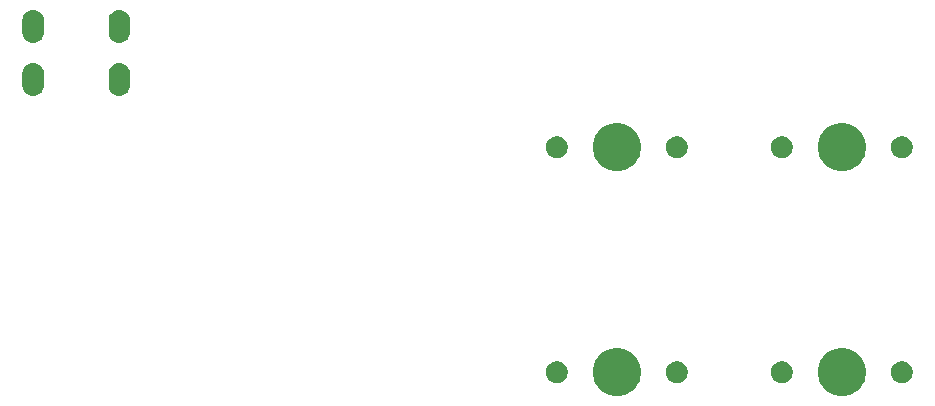
<source format=gbr>
G04 #@! TF.GenerationSoftware,KiCad,Pcbnew,(5.1.5)-3*
G04 #@! TF.CreationDate,2019-12-18T23:42:08-07:00*
G04 #@! TF.ProjectId,MiniV1,4d696e69-5631-42e6-9b69-6361645f7063,rev?*
G04 #@! TF.SameCoordinates,Original*
G04 #@! TF.FileFunction,Soldermask,Top*
G04 #@! TF.FilePolarity,Negative*
%FSLAX46Y46*%
G04 Gerber Fmt 4.6, Leading zero omitted, Abs format (unit mm)*
G04 Created by KiCad (PCBNEW (5.1.5)-3) date 2019-12-18 23:42:08*
%MOMM*%
%LPD*%
G04 APERTURE LIST*
%ADD10C,0.020000*%
G04 APERTURE END LIST*
D10*
G36*
X129183974Y-82171184D02*
G01*
X129401974Y-82261483D01*
X129556123Y-82325333D01*
X129891048Y-82549123D01*
X130175877Y-82833952D01*
X130399667Y-83168877D01*
X130432062Y-83247086D01*
X130553816Y-83541026D01*
X130632400Y-83936094D01*
X130632400Y-84338906D01*
X130553816Y-84733974D01*
X130502951Y-84856772D01*
X130399667Y-85106123D01*
X130175877Y-85441048D01*
X129891048Y-85725877D01*
X129556123Y-85949667D01*
X129401974Y-86013517D01*
X129183974Y-86103816D01*
X128788906Y-86182400D01*
X128386094Y-86182400D01*
X127991026Y-86103816D01*
X127773026Y-86013517D01*
X127618877Y-85949667D01*
X127283952Y-85725877D01*
X126999123Y-85441048D01*
X126775333Y-85106123D01*
X126672049Y-84856772D01*
X126621184Y-84733974D01*
X126542600Y-84338906D01*
X126542600Y-83936094D01*
X126621184Y-83541026D01*
X126742938Y-83247086D01*
X126775333Y-83168877D01*
X126999123Y-82833952D01*
X127283952Y-82549123D01*
X127618877Y-82325333D01*
X127773026Y-82261483D01*
X127991026Y-82171184D01*
X128386094Y-82092600D01*
X128788906Y-82092600D01*
X129183974Y-82171184D01*
G37*
G36*
X148233974Y-82171184D02*
G01*
X148451974Y-82261483D01*
X148606123Y-82325333D01*
X148941048Y-82549123D01*
X149225877Y-82833952D01*
X149449667Y-83168877D01*
X149482062Y-83247086D01*
X149603816Y-83541026D01*
X149682400Y-83936094D01*
X149682400Y-84338906D01*
X149603816Y-84733974D01*
X149552951Y-84856772D01*
X149449667Y-85106123D01*
X149225877Y-85441048D01*
X148941048Y-85725877D01*
X148606123Y-85949667D01*
X148451974Y-86013517D01*
X148233974Y-86103816D01*
X147838906Y-86182400D01*
X147436094Y-86182400D01*
X147041026Y-86103816D01*
X146823026Y-86013517D01*
X146668877Y-85949667D01*
X146333952Y-85725877D01*
X146049123Y-85441048D01*
X145825333Y-85106123D01*
X145722049Y-84856772D01*
X145671184Y-84733974D01*
X145592600Y-84338906D01*
X145592600Y-83936094D01*
X145671184Y-83541026D01*
X145792938Y-83247086D01*
X145825333Y-83168877D01*
X146049123Y-82833952D01*
X146333952Y-82549123D01*
X146668877Y-82325333D01*
X146823026Y-82261483D01*
X147041026Y-82171184D01*
X147436094Y-82092600D01*
X147838906Y-82092600D01*
X148233974Y-82171184D01*
G37*
G36*
X152987604Y-83247085D02*
G01*
X153156126Y-83316889D01*
X153307791Y-83418228D01*
X153436772Y-83547209D01*
X153538111Y-83698874D01*
X153607915Y-83867396D01*
X153643500Y-84046297D01*
X153643500Y-84228703D01*
X153607915Y-84407604D01*
X153538111Y-84576126D01*
X153436772Y-84727791D01*
X153307791Y-84856772D01*
X153156126Y-84958111D01*
X152987604Y-85027915D01*
X152808703Y-85063500D01*
X152626297Y-85063500D01*
X152447396Y-85027915D01*
X152278874Y-84958111D01*
X152127209Y-84856772D01*
X151998228Y-84727791D01*
X151896889Y-84576126D01*
X151827085Y-84407604D01*
X151791500Y-84228703D01*
X151791500Y-84046297D01*
X151827085Y-83867396D01*
X151896889Y-83698874D01*
X151998228Y-83547209D01*
X152127209Y-83418228D01*
X152278874Y-83316889D01*
X152447396Y-83247085D01*
X152626297Y-83211500D01*
X152808703Y-83211500D01*
X152987604Y-83247085D01*
G37*
G36*
X142827604Y-83247085D02*
G01*
X142996126Y-83316889D01*
X143147791Y-83418228D01*
X143276772Y-83547209D01*
X143378111Y-83698874D01*
X143447915Y-83867396D01*
X143483500Y-84046297D01*
X143483500Y-84228703D01*
X143447915Y-84407604D01*
X143378111Y-84576126D01*
X143276772Y-84727791D01*
X143147791Y-84856772D01*
X142996126Y-84958111D01*
X142827604Y-85027915D01*
X142648703Y-85063500D01*
X142466297Y-85063500D01*
X142287396Y-85027915D01*
X142118874Y-84958111D01*
X141967209Y-84856772D01*
X141838228Y-84727791D01*
X141736889Y-84576126D01*
X141667085Y-84407604D01*
X141631500Y-84228703D01*
X141631500Y-84046297D01*
X141667085Y-83867396D01*
X141736889Y-83698874D01*
X141838228Y-83547209D01*
X141967209Y-83418228D01*
X142118874Y-83316889D01*
X142287396Y-83247085D01*
X142466297Y-83211500D01*
X142648703Y-83211500D01*
X142827604Y-83247085D01*
G37*
G36*
X133937604Y-83247085D02*
G01*
X134106126Y-83316889D01*
X134257791Y-83418228D01*
X134386772Y-83547209D01*
X134488111Y-83698874D01*
X134557915Y-83867396D01*
X134593500Y-84046297D01*
X134593500Y-84228703D01*
X134557915Y-84407604D01*
X134488111Y-84576126D01*
X134386772Y-84727791D01*
X134257791Y-84856772D01*
X134106126Y-84958111D01*
X133937604Y-85027915D01*
X133758703Y-85063500D01*
X133576297Y-85063500D01*
X133397396Y-85027915D01*
X133228874Y-84958111D01*
X133077209Y-84856772D01*
X132948228Y-84727791D01*
X132846889Y-84576126D01*
X132777085Y-84407604D01*
X132741500Y-84228703D01*
X132741500Y-84046297D01*
X132777085Y-83867396D01*
X132846889Y-83698874D01*
X132948228Y-83547209D01*
X133077209Y-83418228D01*
X133228874Y-83316889D01*
X133397396Y-83247085D01*
X133576297Y-83211500D01*
X133758703Y-83211500D01*
X133937604Y-83247085D01*
G37*
G36*
X123777604Y-83247085D02*
G01*
X123946126Y-83316889D01*
X124097791Y-83418228D01*
X124226772Y-83547209D01*
X124328111Y-83698874D01*
X124397915Y-83867396D01*
X124433500Y-84046297D01*
X124433500Y-84228703D01*
X124397915Y-84407604D01*
X124328111Y-84576126D01*
X124226772Y-84727791D01*
X124097791Y-84856772D01*
X123946126Y-84958111D01*
X123777604Y-85027915D01*
X123598703Y-85063500D01*
X123416297Y-85063500D01*
X123237396Y-85027915D01*
X123068874Y-84958111D01*
X122917209Y-84856772D01*
X122788228Y-84727791D01*
X122686889Y-84576126D01*
X122617085Y-84407604D01*
X122581500Y-84228703D01*
X122581500Y-84046297D01*
X122617085Y-83867396D01*
X122686889Y-83698874D01*
X122788228Y-83547209D01*
X122917209Y-83418228D01*
X123068874Y-83316889D01*
X123237396Y-83247085D01*
X123416297Y-83211500D01*
X123598703Y-83211500D01*
X123777604Y-83247085D01*
G37*
G36*
X129183974Y-63121184D02*
G01*
X129401974Y-63211483D01*
X129556123Y-63275333D01*
X129891048Y-63499123D01*
X130175877Y-63783952D01*
X130399667Y-64118877D01*
X130432062Y-64197086D01*
X130553816Y-64491026D01*
X130632400Y-64886094D01*
X130632400Y-65288906D01*
X130553816Y-65683974D01*
X130502951Y-65806772D01*
X130399667Y-66056123D01*
X130175877Y-66391048D01*
X129891048Y-66675877D01*
X129556123Y-66899667D01*
X129401974Y-66963517D01*
X129183974Y-67053816D01*
X128788906Y-67132400D01*
X128386094Y-67132400D01*
X127991026Y-67053816D01*
X127773026Y-66963517D01*
X127618877Y-66899667D01*
X127283952Y-66675877D01*
X126999123Y-66391048D01*
X126775333Y-66056123D01*
X126672049Y-65806772D01*
X126621184Y-65683974D01*
X126542600Y-65288906D01*
X126542600Y-64886094D01*
X126621184Y-64491026D01*
X126742938Y-64197086D01*
X126775333Y-64118877D01*
X126999123Y-63783952D01*
X127283952Y-63499123D01*
X127618877Y-63275333D01*
X127773026Y-63211483D01*
X127991026Y-63121184D01*
X128386094Y-63042600D01*
X128788906Y-63042600D01*
X129183974Y-63121184D01*
G37*
G36*
X148233974Y-63121184D02*
G01*
X148451974Y-63211483D01*
X148606123Y-63275333D01*
X148941048Y-63499123D01*
X149225877Y-63783952D01*
X149449667Y-64118877D01*
X149482062Y-64197086D01*
X149603816Y-64491026D01*
X149682400Y-64886094D01*
X149682400Y-65288906D01*
X149603816Y-65683974D01*
X149552951Y-65806772D01*
X149449667Y-66056123D01*
X149225877Y-66391048D01*
X148941048Y-66675877D01*
X148606123Y-66899667D01*
X148451974Y-66963517D01*
X148233974Y-67053816D01*
X147838906Y-67132400D01*
X147436094Y-67132400D01*
X147041026Y-67053816D01*
X146823026Y-66963517D01*
X146668877Y-66899667D01*
X146333952Y-66675877D01*
X146049123Y-66391048D01*
X145825333Y-66056123D01*
X145722049Y-65806772D01*
X145671184Y-65683974D01*
X145592600Y-65288906D01*
X145592600Y-64886094D01*
X145671184Y-64491026D01*
X145792938Y-64197086D01*
X145825333Y-64118877D01*
X146049123Y-63783952D01*
X146333952Y-63499123D01*
X146668877Y-63275333D01*
X146823026Y-63211483D01*
X147041026Y-63121184D01*
X147436094Y-63042600D01*
X147838906Y-63042600D01*
X148233974Y-63121184D01*
G37*
G36*
X133937604Y-64197085D02*
G01*
X134106126Y-64266889D01*
X134257791Y-64368228D01*
X134386772Y-64497209D01*
X134488111Y-64648874D01*
X134557915Y-64817396D01*
X134593500Y-64996297D01*
X134593500Y-65178703D01*
X134557915Y-65357604D01*
X134488111Y-65526126D01*
X134386772Y-65677791D01*
X134257791Y-65806772D01*
X134106126Y-65908111D01*
X133937604Y-65977915D01*
X133758703Y-66013500D01*
X133576297Y-66013500D01*
X133397396Y-65977915D01*
X133228874Y-65908111D01*
X133077209Y-65806772D01*
X132948228Y-65677791D01*
X132846889Y-65526126D01*
X132777085Y-65357604D01*
X132741500Y-65178703D01*
X132741500Y-64996297D01*
X132777085Y-64817396D01*
X132846889Y-64648874D01*
X132948228Y-64497209D01*
X133077209Y-64368228D01*
X133228874Y-64266889D01*
X133397396Y-64197085D01*
X133576297Y-64161500D01*
X133758703Y-64161500D01*
X133937604Y-64197085D01*
G37*
G36*
X123777604Y-64197085D02*
G01*
X123946126Y-64266889D01*
X124097791Y-64368228D01*
X124226772Y-64497209D01*
X124328111Y-64648874D01*
X124397915Y-64817396D01*
X124433500Y-64996297D01*
X124433500Y-65178703D01*
X124397915Y-65357604D01*
X124328111Y-65526126D01*
X124226772Y-65677791D01*
X124097791Y-65806772D01*
X123946126Y-65908111D01*
X123777604Y-65977915D01*
X123598703Y-66013500D01*
X123416297Y-66013500D01*
X123237396Y-65977915D01*
X123068874Y-65908111D01*
X122917209Y-65806772D01*
X122788228Y-65677791D01*
X122686889Y-65526126D01*
X122617085Y-65357604D01*
X122581500Y-65178703D01*
X122581500Y-64996297D01*
X122617085Y-64817396D01*
X122686889Y-64648874D01*
X122788228Y-64497209D01*
X122917209Y-64368228D01*
X123068874Y-64266889D01*
X123237396Y-64197085D01*
X123416297Y-64161500D01*
X123598703Y-64161500D01*
X123777604Y-64197085D01*
G37*
G36*
X142827604Y-64197085D02*
G01*
X142996126Y-64266889D01*
X143147791Y-64368228D01*
X143276772Y-64497209D01*
X143378111Y-64648874D01*
X143447915Y-64817396D01*
X143483500Y-64996297D01*
X143483500Y-65178703D01*
X143447915Y-65357604D01*
X143378111Y-65526126D01*
X143276772Y-65677791D01*
X143147791Y-65806772D01*
X142996126Y-65908111D01*
X142827604Y-65977915D01*
X142648703Y-66013500D01*
X142466297Y-66013500D01*
X142287396Y-65977915D01*
X142118874Y-65908111D01*
X141967209Y-65806772D01*
X141838228Y-65677791D01*
X141736889Y-65526126D01*
X141667085Y-65357604D01*
X141631500Y-65178703D01*
X141631500Y-64996297D01*
X141667085Y-64817396D01*
X141736889Y-64648874D01*
X141838228Y-64497209D01*
X141967209Y-64368228D01*
X142118874Y-64266889D01*
X142287396Y-64197085D01*
X142466297Y-64161500D01*
X142648703Y-64161500D01*
X142827604Y-64197085D01*
G37*
G36*
X152987604Y-64197085D02*
G01*
X153156126Y-64266889D01*
X153307791Y-64368228D01*
X153436772Y-64497209D01*
X153538111Y-64648874D01*
X153607915Y-64817396D01*
X153643500Y-64996297D01*
X153643500Y-65178703D01*
X153607915Y-65357604D01*
X153538111Y-65526126D01*
X153436772Y-65677791D01*
X153307791Y-65806772D01*
X153156126Y-65908111D01*
X152987604Y-65977915D01*
X152808703Y-66013500D01*
X152626297Y-66013500D01*
X152447396Y-65977915D01*
X152278874Y-65908111D01*
X152127209Y-65806772D01*
X151998228Y-65677791D01*
X151896889Y-65526126D01*
X151827085Y-65357604D01*
X151791500Y-65178703D01*
X151791500Y-64996297D01*
X151827085Y-64817396D01*
X151896889Y-64648874D01*
X151998228Y-64497209D01*
X152127209Y-64368228D01*
X152278874Y-64266889D01*
X152447396Y-64197085D01*
X152626297Y-64161500D01*
X152808703Y-64161500D01*
X152987604Y-64197085D01*
G37*
G36*
X79330627Y-57976037D02*
G01*
X79500466Y-58027557D01*
X79656991Y-58111222D01*
X79692729Y-58140552D01*
X79794186Y-58223814D01*
X79877448Y-58325271D01*
X79906778Y-58361009D01*
X79990443Y-58517534D01*
X80041963Y-58687373D01*
X80055000Y-58819742D01*
X80055000Y-59908258D01*
X80041963Y-60040627D01*
X79990443Y-60210466D01*
X79906778Y-60366991D01*
X79877448Y-60402729D01*
X79794186Y-60504186D01*
X79656989Y-60616779D01*
X79500467Y-60700442D01*
X79500465Y-60700443D01*
X79330626Y-60751963D01*
X79154000Y-60769359D01*
X78977373Y-60751963D01*
X78807534Y-60700443D01*
X78651009Y-60616778D01*
X78615271Y-60587448D01*
X78513814Y-60504186D01*
X78401221Y-60366989D01*
X78317558Y-60210467D01*
X78317557Y-60210465D01*
X78266037Y-60040626D01*
X78253000Y-59908257D01*
X78253001Y-58819742D01*
X78266038Y-58687373D01*
X78317558Y-58517534D01*
X78401223Y-58361009D01*
X78430553Y-58325271D01*
X78513815Y-58223814D01*
X78615272Y-58140552D01*
X78651010Y-58111222D01*
X78807535Y-58027557D01*
X78977374Y-57976037D01*
X79154000Y-57958641D01*
X79330627Y-57976037D01*
G37*
G36*
X86630627Y-57976037D02*
G01*
X86800466Y-58027557D01*
X86956991Y-58111222D01*
X86992729Y-58140552D01*
X87094186Y-58223814D01*
X87177448Y-58325271D01*
X87206778Y-58361009D01*
X87290443Y-58517534D01*
X87341963Y-58687373D01*
X87355000Y-58819742D01*
X87355000Y-59908258D01*
X87341963Y-60040627D01*
X87290443Y-60210466D01*
X87206778Y-60366991D01*
X87177448Y-60402729D01*
X87094186Y-60504186D01*
X86956989Y-60616779D01*
X86800467Y-60700442D01*
X86800465Y-60700443D01*
X86630626Y-60751963D01*
X86454000Y-60769359D01*
X86277373Y-60751963D01*
X86107534Y-60700443D01*
X85951009Y-60616778D01*
X85915271Y-60587448D01*
X85813814Y-60504186D01*
X85701221Y-60366989D01*
X85617558Y-60210467D01*
X85617557Y-60210465D01*
X85566037Y-60040626D01*
X85553000Y-59908257D01*
X85553001Y-58819742D01*
X85566038Y-58687373D01*
X85617558Y-58517534D01*
X85701223Y-58361009D01*
X85730553Y-58325271D01*
X85813815Y-58223814D01*
X85915272Y-58140552D01*
X85951010Y-58111222D01*
X86107535Y-58027557D01*
X86277374Y-57976037D01*
X86454000Y-57958641D01*
X86630627Y-57976037D01*
G37*
G36*
X79330627Y-53476037D02*
G01*
X79500466Y-53527557D01*
X79656991Y-53611222D01*
X79692729Y-53640552D01*
X79794186Y-53723814D01*
X79877448Y-53825271D01*
X79906778Y-53861009D01*
X79990443Y-54017534D01*
X80041963Y-54187373D01*
X80055000Y-54319742D01*
X80055000Y-55408258D01*
X80041963Y-55540627D01*
X79990443Y-55710466D01*
X79906778Y-55866991D01*
X79877448Y-55902729D01*
X79794186Y-56004186D01*
X79656989Y-56116779D01*
X79500467Y-56200442D01*
X79500465Y-56200443D01*
X79330626Y-56251963D01*
X79154000Y-56269359D01*
X78977373Y-56251963D01*
X78807534Y-56200443D01*
X78651009Y-56116778D01*
X78615271Y-56087448D01*
X78513814Y-56004186D01*
X78401221Y-55866989D01*
X78317558Y-55710467D01*
X78317557Y-55710465D01*
X78266037Y-55540626D01*
X78253000Y-55408257D01*
X78253001Y-54319742D01*
X78266038Y-54187373D01*
X78317558Y-54017534D01*
X78401223Y-53861009D01*
X78430553Y-53825271D01*
X78513815Y-53723814D01*
X78615272Y-53640552D01*
X78651010Y-53611222D01*
X78807535Y-53527557D01*
X78977374Y-53476037D01*
X79154000Y-53458641D01*
X79330627Y-53476037D01*
G37*
G36*
X86630627Y-53476037D02*
G01*
X86800466Y-53527557D01*
X86956991Y-53611222D01*
X86992729Y-53640552D01*
X87094186Y-53723814D01*
X87177448Y-53825271D01*
X87206778Y-53861009D01*
X87290443Y-54017534D01*
X87341963Y-54187373D01*
X87355000Y-54319742D01*
X87355000Y-55408258D01*
X87341963Y-55540627D01*
X87290443Y-55710466D01*
X87206778Y-55866991D01*
X87177448Y-55902729D01*
X87094186Y-56004186D01*
X86956989Y-56116779D01*
X86800467Y-56200442D01*
X86800465Y-56200443D01*
X86630626Y-56251963D01*
X86454000Y-56269359D01*
X86277373Y-56251963D01*
X86107534Y-56200443D01*
X85951009Y-56116778D01*
X85915271Y-56087448D01*
X85813814Y-56004186D01*
X85701221Y-55866989D01*
X85617558Y-55710467D01*
X85617557Y-55710465D01*
X85566037Y-55540626D01*
X85553000Y-55408257D01*
X85553001Y-54319742D01*
X85566038Y-54187373D01*
X85617558Y-54017534D01*
X85701223Y-53861009D01*
X85730553Y-53825271D01*
X85813815Y-53723814D01*
X85915272Y-53640552D01*
X85951010Y-53611222D01*
X86107535Y-53527557D01*
X86277374Y-53476037D01*
X86454000Y-53458641D01*
X86630627Y-53476037D01*
G37*
M02*

</source>
